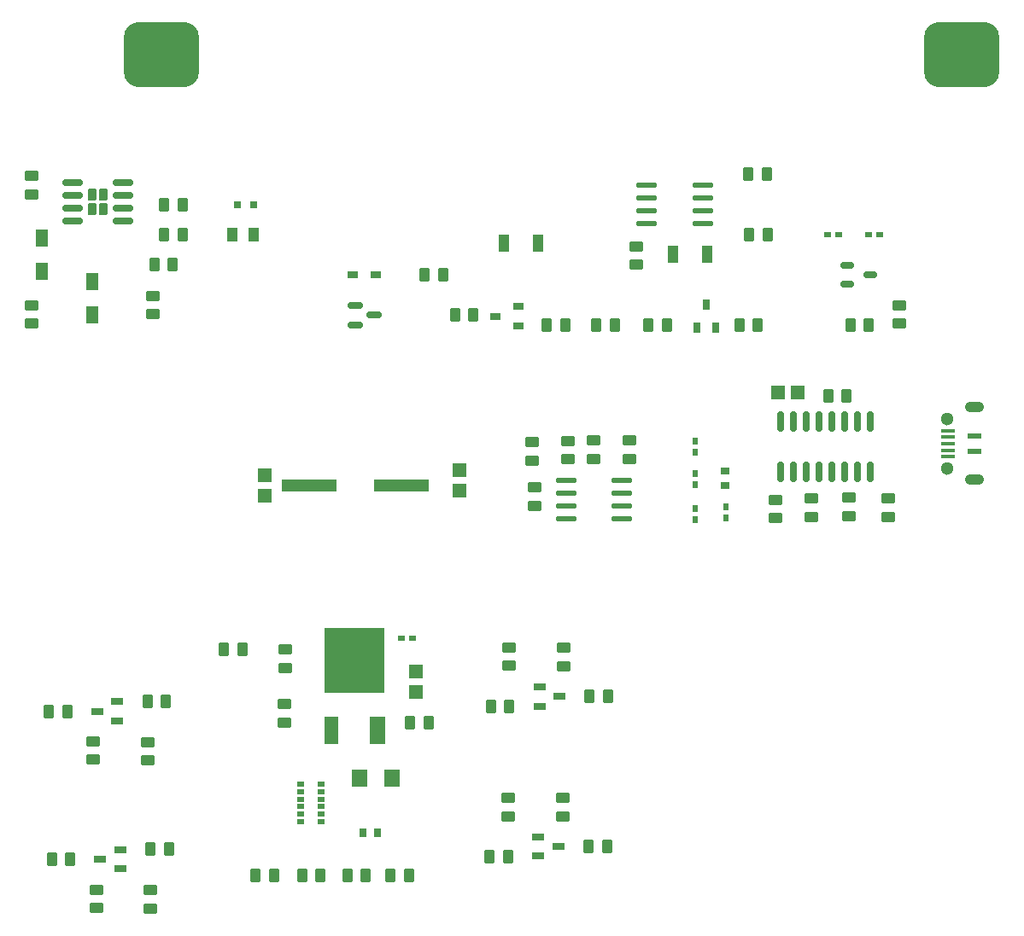
<source format=gbr>
%TF.GenerationSoftware,KiCad,Pcbnew,(7.0.0)*%
%TF.CreationDate,2023-04-03T15:53:06+02:00*%
%TF.ProjectId,HAT,4841542e-6b69-4636-9164-5f7063625858,rev?*%
%TF.SameCoordinates,Original*%
%TF.FileFunction,Paste,Top*%
%TF.FilePolarity,Positive*%
%FSLAX46Y46*%
G04 Gerber Fmt 4.6, Leading zero omitted, Abs format (unit mm)*
G04 Created by KiCad (PCBNEW (7.0.0)) date 2023-04-03 15:53:06*
%MOMM*%
%LPD*%
G01*
G04 APERTURE LIST*
G04 Aperture macros list*
%AMRoundRect*
0 Rectangle with rounded corners*
0 $1 Rounding radius*
0 $2 $3 $4 $5 $6 $7 $8 $9 X,Y pos of 4 corners*
0 Add a 4 corners polygon primitive as box body*
4,1,4,$2,$3,$4,$5,$6,$7,$8,$9,$2,$3,0*
0 Add four circle primitives for the rounded corners*
1,1,$1+$1,$2,$3*
1,1,$1+$1,$4,$5*
1,1,$1+$1,$6,$7*
1,1,$1+$1,$8,$9*
0 Add four rect primitives between the rounded corners*
20,1,$1+$1,$2,$3,$4,$5,0*
20,1,$1+$1,$4,$5,$6,$7,0*
20,1,$1+$1,$6,$7,$8,$9,0*
20,1,$1+$1,$8,$9,$2,$3,0*%
G04 Aperture macros list end*
%ADD10RoundRect,0.250000X0.262500X0.450000X-0.262500X0.450000X-0.262500X-0.450000X0.262500X-0.450000X0*%
%ADD11R,1.000000X1.399543*%
%ADD12RoundRect,0.150000X-0.512500X-0.150000X0.512500X-0.150000X0.512500X0.150000X-0.512500X0.150000X0*%
%ADD13RoundRect,0.250000X-0.450000X0.262500X-0.450000X-0.262500X0.450000X-0.262500X0.450000X0.262500X0*%
%ADD14RoundRect,0.250000X-0.262500X-0.450000X0.262500X-0.450000X0.262500X0.450000X-0.262500X0.450000X0*%
%ADD15R,5.500000X1.300000*%
%ADD16O,2.045009X0.588011*%
%ADD17R,1.250013X0.700000*%
%ADD18R,1.350013X1.410008*%
%ADD19R,1.000000X0.800000*%
%ADD20RoundRect,0.250000X0.450000X-0.262500X0.450000X0.262500X-0.450000X0.262500X-0.450000X-0.262500X0*%
%ADD21R,1.000000X0.750013*%
%ADD22R,1.410008X1.350013*%
%ADD23R,0.800000X0.800000*%
%ADD24RoundRect,1.625000X2.125000X1.625000X-2.125000X1.625000X-2.125000X-1.625000X2.125000X-1.625000X0*%
%ADD25R,0.790094X0.540005*%
%ADD26R,0.800000X0.550013*%
%ADD27R,1.100000X1.700000*%
%ADD28R,0.540005X0.790094*%
%ADD29R,1.350013X2.800000*%
%ADD30R,1.500000X2.800000*%
%ADD31R,6.000000X6.500025*%
%ADD32R,1.296012X1.757506*%
%ADD33R,0.900000X0.800000*%
%ADD34O,1.900000X1.070000*%
%ADD35C,1.300000*%
%ADD36R,1.350000X0.400000*%
%ADD37R,1.400000X0.600000*%
%ADD38R,0.800000X1.000000*%
%ADD39R,1.485014X1.727991*%
%ADD40R,0.800000X0.900000*%
%ADD41RoundRect,0.150000X0.150000X-0.825000X0.150000X0.825000X-0.150000X0.825000X-0.150000X-0.825000X0*%
%ADD42RoundRect,0.150000X-0.587500X-0.150000X0.587500X-0.150000X0.587500X0.150000X-0.587500X0.150000X0*%
%ADD43RoundRect,0.230000X-0.230000X-0.375000X0.230000X-0.375000X0.230000X0.375000X-0.230000X0.375000X0*%
%ADD44RoundRect,0.150000X-0.825000X-0.150000X0.825000X-0.150000X0.825000X0.150000X-0.825000X0.150000X0*%
G04 APERTURE END LIST*
D10*
%TO.C,R1*%
X181596400Y-84644900D03*
X179771400Y-84644900D03*
%TD*%
D11*
%TO.C,LED2*%
X118489999Y-75650899D03*
X120590583Y-75650899D03*
%TD*%
D12*
%TO.C,U2*%
X179458900Y-78694900D03*
X179458900Y-80594900D03*
X181733900Y-79644900D03*
%TD*%
D10*
%TO.C,R51*%
X102431400Y-137644900D03*
X100606400Y-137644900D03*
%TD*%
D13*
%TO.C,R19*%
X123646400Y-122232400D03*
X123646400Y-124057400D03*
%TD*%
D14*
%TO.C,R36*%
X144021400Y-137369824D03*
X145846400Y-137369824D03*
%TD*%
D10*
%TO.C,R22*%
X122638144Y-139264900D03*
X120813144Y-139264900D03*
%TD*%
%TO.C,R50*%
X102131400Y-122944900D03*
X100306400Y-122944900D03*
%TD*%
D15*
%TO.C,Y1*%
X135241317Y-100542899D03*
X126135399Y-100542899D03*
%TD*%
D16*
%TO.C,U6*%
X157123399Y-103844899D03*
X157123399Y-102574896D03*
X157123399Y-101304894D03*
X157123399Y-100034891D03*
X151578567Y-100034891D03*
X151578567Y-101304894D03*
X151578567Y-102574896D03*
X151578567Y-103844899D03*
%TD*%
D17*
%TO.C,Q5*%
X148946399Y-120544899D03*
X148946399Y-122444823D03*
X150946399Y-121494861D03*
%TD*%
D10*
%TO.C,R8*%
X112596400Y-78644900D03*
X110771400Y-78644900D03*
%TD*%
D18*
%TO.C,C11*%
X121690399Y-101558899D03*
X121690399Y-99558899D03*
%TD*%
D19*
%TO.C,Q2*%
X146887199Y-84693299D03*
X146887199Y-82793273D03*
X144587173Y-83743235D03*
%TD*%
D20*
%TO.C,R32*%
X179653200Y-103589000D03*
X179653200Y-101764000D03*
%TD*%
D10*
%TO.C,R45*%
X112231400Y-136644900D03*
X110406400Y-136644900D03*
%TD*%
D21*
%TO.C,D1*%
X132768992Y-79644899D03*
X130423806Y-79644899D03*
%TD*%
D22*
%TO.C,C12*%
X172596399Y-91348099D03*
X174596399Y-91348099D03*
%TD*%
D10*
%TO.C,R3*%
X113596400Y-72644900D03*
X111771400Y-72644900D03*
%TD*%
D20*
%TO.C,R49*%
X105006400Y-142469900D03*
X105006400Y-140644900D03*
%TD*%
D23*
%TO.C,LED1*%
X118997465Y-72651757D03*
X120596399Y-72644899D03*
%TD*%
D20*
%TO.C,R13*%
X158596400Y-78644900D03*
X158596400Y-76819900D03*
%TD*%
D13*
%TO.C,R39*%
X145946400Y-116619824D03*
X145946400Y-118444824D03*
%TD*%
D17*
%TO.C,Q7*%
X107406399Y-138594861D03*
X107406399Y-136694937D03*
X105406399Y-137644899D03*
%TD*%
D14*
%TO.C,R31*%
X177596400Y-91644900D03*
X179421400Y-91644900D03*
%TD*%
D13*
%TO.C,R38*%
X145846400Y-131544824D03*
X145846400Y-133369824D03*
%TD*%
D14*
%TO.C,R15*%
X169683900Y-69644900D03*
X171508900Y-69644900D03*
%TD*%
D24*
%TO.C,BT1*%
X111504800Y-57785000D03*
X190804800Y-57785000D03*
%TD*%
D25*
%TO.C,C3*%
X177506229Y-75644899D03*
X178596399Y-75644899D03*
%TD*%
D26*
%TO.C,U4*%
X125297199Y-130168435D03*
X125297199Y-130918499D03*
X125297199Y-131668562D03*
X125297199Y-132418372D03*
X125297199Y-133168435D03*
X125297199Y-133918499D03*
X127297199Y-133918499D03*
X127297199Y-133168435D03*
X127297199Y-132418372D03*
X127297199Y-131668562D03*
X127297199Y-130918499D03*
X127297199Y-130168435D03*
%TD*%
D13*
%TO.C,R35*%
X175944800Y-101816700D03*
X175944800Y-103641700D03*
%TD*%
D16*
%TO.C,U3*%
X159596399Y-70739895D03*
X159596399Y-72009898D03*
X159596399Y-73279900D03*
X159596399Y-74549903D03*
X165141231Y-74549903D03*
X165141231Y-73279900D03*
X165141231Y-72009898D03*
X165141231Y-70739895D03*
%TD*%
D13*
%TO.C,R34*%
X172388800Y-101965300D03*
X172388800Y-103790300D03*
%TD*%
D20*
%TO.C,R20*%
X123746400Y-118657298D03*
X123746400Y-116832298D03*
%TD*%
D27*
%TO.C,D2*%
X148790424Y-76463699D03*
X145390374Y-76463699D03*
%TD*%
D13*
%TO.C,R40*%
X151271400Y-131544824D03*
X151271400Y-133369824D03*
%TD*%
%TO.C,R29*%
X157885400Y-96074400D03*
X157885400Y-97899400D03*
%TD*%
D20*
%TO.C,R47*%
X110406400Y-142519938D03*
X110406400Y-140694938D03*
%TD*%
D10*
%TO.C,R4*%
X113596400Y-75644900D03*
X111771400Y-75644900D03*
%TD*%
D17*
%TO.C,Q6*%
X107106399Y-123894861D03*
X107106399Y-121994937D03*
X105106399Y-122944899D03*
%TD*%
D20*
%TO.C,R6*%
X110596400Y-83557400D03*
X110596400Y-81732400D03*
%TD*%
D28*
%TO.C,C14*%
X167410399Y-102692754D03*
X167410399Y-103782924D03*
%TD*%
D29*
%TO.C,Q8*%
X128339312Y-124807513D03*
D30*
X132919196Y-124807513D03*
D31*
X130646399Y-117857297D03*
%TD*%
D14*
%TO.C,R25*%
X134213144Y-139214900D03*
X136038144Y-139214900D03*
%TD*%
D28*
%TO.C,C17*%
X164362399Y-96150729D03*
X164362399Y-97240899D03*
%TD*%
D32*
%TO.C,C4*%
X104596399Y-80272281D03*
X104596399Y-83644899D03*
%TD*%
D28*
%TO.C,C13*%
X164362399Y-102819754D03*
X164362399Y-103909924D03*
%TD*%
%TO.C,C16*%
X164362399Y-99325729D03*
X164362399Y-100415899D03*
%TD*%
D20*
%TO.C,R48*%
X104706400Y-127744900D03*
X104706400Y-125919900D03*
%TD*%
D13*
%TO.C,R5*%
X98596400Y-69819900D03*
X98596400Y-71644900D03*
%TD*%
D20*
%TO.C,R28*%
X148233400Y-98049900D03*
X148233400Y-96224900D03*
%TD*%
D14*
%TO.C,R11*%
X149683900Y-84644900D03*
X151508900Y-84644900D03*
%TD*%
D33*
%TO.C,C15*%
X167359599Y-99142849D03*
X167359599Y-100542899D03*
%TD*%
D34*
%TO.C,J6*%
X192049199Y-99990099D03*
D35*
X189399200Y-98815100D03*
X189399200Y-93965100D03*
D34*
X192049199Y-92790099D03*
D36*
X189449199Y-97690099D03*
X189449199Y-97040099D03*
X189449199Y-96390099D03*
X189449199Y-95740099D03*
X189449199Y-95090099D03*
D37*
X192099199Y-97190099D03*
X192099199Y-95590099D03*
%TD*%
D20*
%TO.C,R26*%
X148487400Y-102574900D03*
X148487400Y-100749900D03*
%TD*%
D38*
%TO.C,Q3*%
X164565599Y-84896499D03*
X166465625Y-84896499D03*
X165515663Y-82596473D03*
%TD*%
D10*
%TO.C,R17*%
X170596400Y-84644900D03*
X168771400Y-84644900D03*
%TD*%
%TO.C,R18*%
X137946400Y-124057400D03*
X136121400Y-124057400D03*
%TD*%
D39*
%TO.C,C6*%
X131146399Y-129595026D03*
X134331565Y-129595026D03*
%TD*%
D18*
%TO.C,C10*%
X140994399Y-101050899D03*
X140994399Y-99050899D03*
%TD*%
D10*
%TO.C,R23*%
X127263144Y-139264900D03*
X125438144Y-139264900D03*
%TD*%
%TO.C,R14*%
X161596400Y-84644900D03*
X159771400Y-84644900D03*
%TD*%
D32*
%TO.C,C1*%
X99596399Y-75958590D03*
X99596399Y-79331208D03*
%TD*%
D10*
%TO.C,R24*%
X131750644Y-139264900D03*
X129925644Y-139264900D03*
%TD*%
D40*
%TO.C,C7*%
X131466349Y-134985299D03*
X132866399Y-134985299D03*
%TD*%
D10*
%TO.C,R21*%
X119496400Y-116807400D03*
X117671400Y-116807400D03*
%TD*%
D13*
%TO.C,R41*%
X151371400Y-116669862D03*
X151371400Y-118494862D03*
%TD*%
D14*
%TO.C,R37*%
X144146400Y-122494862D03*
X145971400Y-122494862D03*
%TD*%
D41*
%TO.C,U7*%
X172846000Y-99171300D03*
X174116000Y-99171300D03*
X175386000Y-99171300D03*
X176656000Y-99171300D03*
X177926000Y-99171300D03*
X179196000Y-99171300D03*
X180466000Y-99171300D03*
X181736000Y-99171300D03*
X181736000Y-94221300D03*
X180466000Y-94221300D03*
X179196000Y-94221300D03*
X177926000Y-94221300D03*
X176656000Y-94221300D03*
X175386000Y-94221300D03*
X174116000Y-94221300D03*
X172846000Y-94221300D03*
%TD*%
D14*
%TO.C,R43*%
X153896400Y-121444824D03*
X155721400Y-121444824D03*
%TD*%
D10*
%TO.C,R10*%
X142421400Y-83644900D03*
X140596400Y-83644900D03*
%TD*%
D25*
%TO.C,C9*%
X135306229Y-115657399D03*
X136396399Y-115657399D03*
%TD*%
D42*
%TO.C,Q1*%
X130658900Y-82694900D03*
X130658900Y-84594900D03*
X132533900Y-83644900D03*
%TD*%
D18*
%TO.C,C8*%
X136746399Y-119007399D03*
X136746399Y-121007399D03*
%TD*%
D20*
%TO.C,R2*%
X98596400Y-84469900D03*
X98596400Y-82644900D03*
%TD*%
D10*
%TO.C,R9*%
X139421400Y-79644900D03*
X137596400Y-79644900D03*
%TD*%
D20*
%TO.C,R33*%
X183514000Y-103637900D03*
X183514000Y-101812900D03*
%TD*%
%TO.C,R46*%
X110131400Y-127819938D03*
X110131400Y-125994938D03*
%TD*%
D13*
%TO.C,R30*%
X154329400Y-96074400D03*
X154329400Y-97899400D03*
%TD*%
D27*
%TO.C,D3*%
X162181549Y-77632099D03*
X165581599Y-77632099D03*
%TD*%
D17*
%TO.C,Q4*%
X148846399Y-135419861D03*
X148846399Y-137319785D03*
X150846399Y-136369823D03*
%TD*%
D14*
%TO.C,R16*%
X169771400Y-75644900D03*
X171596400Y-75644900D03*
%TD*%
%TO.C,R12*%
X154596400Y-84644900D03*
X156421400Y-84644900D03*
%TD*%
D20*
%TO.C,R27*%
X151789400Y-97946400D03*
X151789400Y-96121400D03*
%TD*%
D14*
%TO.C,R42*%
X153821400Y-136369824D03*
X155646400Y-136369824D03*
%TD*%
D10*
%TO.C,R44*%
X111931400Y-121944900D03*
X110106400Y-121944900D03*
%TD*%
D20*
%TO.C,R7*%
X184596400Y-84469900D03*
X184596400Y-82644900D03*
%TD*%
D43*
%TO.C,U1*%
X104596400Y-71644900D03*
X104596400Y-73144900D03*
X105736400Y-71644900D03*
X105736400Y-73144900D03*
D44*
X102691400Y-70489900D03*
X102691400Y-71759900D03*
X102691400Y-73029900D03*
X102691400Y-74299900D03*
X107641400Y-74299900D03*
X107641400Y-73029900D03*
X107641400Y-71759900D03*
X107641400Y-70489900D03*
%TD*%
D25*
%TO.C,C2*%
X182686569Y-75644899D03*
X181596399Y-75644899D03*
%TD*%
M02*

</source>
